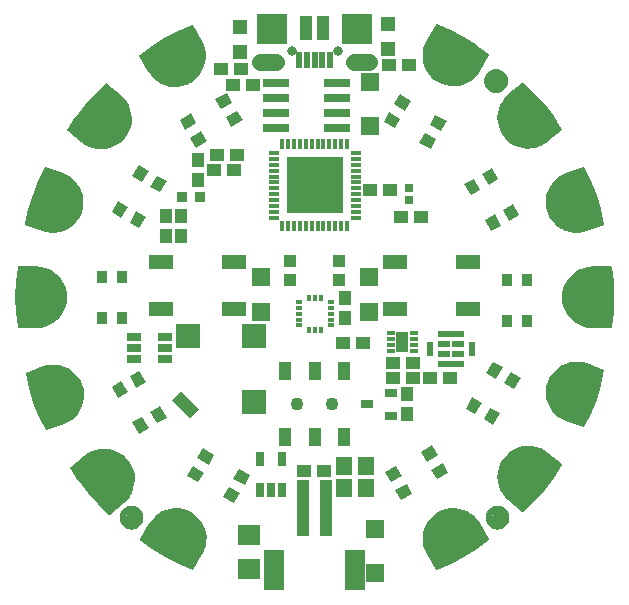
<source format=gbr>
G04 EAGLE Gerber RS-274X export*
G75*
%MOMM*%
%FSLAX34Y34*%
%LPD*%
%INSoldermask Top*%
%IPPOS*%
%AMOC8*
5,1,8,0,0,1.08239X$1,22.5*%
G01*
%ADD10R,1.341600X1.601600*%
%ADD11R,1.176600X1.101600*%
%ADD12R,1.301600X1.301600*%
%ADD13R,1.001600X1.001600*%
%ADD14C,0.801600*%
%ADD15R,2.514600X2.514600*%
%ADD16C,1.409600*%
%ADD17R,1.101600X2.101600*%
%ADD18R,0.500000X1.450000*%
%ADD19C,1.101600*%
%ADD20C,0.500000*%
%ADD21R,1.101600X4.701600*%
%ADD22R,1.701600X3.501600*%
%ADD23R,1.501600X1.501600*%
%ADD24C,4.317600*%
%ADD25R,1.101600X1.601600*%
%ADD26R,2.101600X1.301600*%
%ADD27R,0.951600X1.101600*%
%ADD28R,0.601600X0.351600*%
%ADD29R,0.351600X0.601600*%
%ADD30R,0.901600X0.901600*%
%ADD31R,1.101600X1.176600*%
%ADD32R,0.701600X0.701600*%
%ADD33R,0.651600X1.301600*%
%ADD34R,2.101600X2.101600*%
%ADD35R,2.101600X1.101600*%
%ADD36R,0.351600X0.851600*%
%ADD37R,0.851600X0.351600*%
%ADD38R,4.801600X4.801600*%
%ADD39R,2.301600X0.701600*%
%ADD40R,1.904600X1.701600*%
%ADD41R,0.551600X1.301600*%
%ADD42R,2.301600X0.551600*%
%ADD43R,1.051600X0.551600*%
%ADD44R,0.726600X0.376600*%
%ADD45R,1.001600X1.701600*%
%ADD46R,1.601600X1.601600*%
%ADD47R,1.301600X0.651600*%
%ADD48R,1.117600X0.736600*%

G36*
X227376Y-110221D02*
X227376Y-110221D01*
X227400Y-110223D01*
X227485Y-110200D01*
X227572Y-110184D01*
X227593Y-110172D01*
X227617Y-110165D01*
X227689Y-110114D01*
X227765Y-110069D01*
X227780Y-110050D01*
X227800Y-110036D01*
X227884Y-109919D01*
X227905Y-109894D01*
X227906Y-109889D01*
X227910Y-109884D01*
X233802Y-98565D01*
X233810Y-98542D01*
X233826Y-98515D01*
X238709Y-86726D01*
X238714Y-86702D01*
X238728Y-86674D01*
X242565Y-74504D01*
X242568Y-74479D01*
X242579Y-74450D01*
X245341Y-61992D01*
X245342Y-61968D01*
X245350Y-61944D01*
X245347Y-61856D01*
X245350Y-61768D01*
X245343Y-61745D01*
X245342Y-61720D01*
X245308Y-61638D01*
X245281Y-61555D01*
X245266Y-61535D01*
X245256Y-61513D01*
X245196Y-61448D01*
X245141Y-61379D01*
X245120Y-61366D01*
X245104Y-61348D01*
X244977Y-61280D01*
X244949Y-61263D01*
X244944Y-61262D01*
X244939Y-61259D01*
X230618Y-56046D01*
X230598Y-56043D01*
X230575Y-56032D01*
X227090Y-55039D01*
X227052Y-55035D01*
X227001Y-55020D01*
X223410Y-54533D01*
X223372Y-54535D01*
X223320Y-54527D01*
X219696Y-54556D01*
X219658Y-54563D01*
X219606Y-54563D01*
X216023Y-55108D01*
X215987Y-55120D01*
X215934Y-55128D01*
X212465Y-56176D01*
X212431Y-56193D01*
X212381Y-56208D01*
X209096Y-57740D01*
X209065Y-57762D01*
X209017Y-57784D01*
X205984Y-59767D01*
X205957Y-59794D01*
X205912Y-59822D01*
X203192Y-62217D01*
X203169Y-62247D01*
X203129Y-62282D01*
X200777Y-65039D01*
X200758Y-65072D01*
X200724Y-65112D01*
X198789Y-68176D01*
X198774Y-68212D01*
X198746Y-68256D01*
X197267Y-71564D01*
X197258Y-71601D01*
X197236Y-71649D01*
X196242Y-75135D01*
X196239Y-75173D01*
X196224Y-75223D01*
X195737Y-78814D01*
X195738Y-78852D01*
X195731Y-78905D01*
X195760Y-82529D01*
X195767Y-82566D01*
X195767Y-82619D01*
X196311Y-86202D01*
X196322Y-86234D01*
X196323Y-86254D01*
X196327Y-86266D01*
X196331Y-86290D01*
X197379Y-89759D01*
X197397Y-89793D01*
X197412Y-89844D01*
X198943Y-93128D01*
X198965Y-93159D01*
X198987Y-93207D01*
X200971Y-96240D01*
X200997Y-96268D01*
X201025Y-96312D01*
X203420Y-99032D01*
X203450Y-99056D01*
X203485Y-99096D01*
X206242Y-101447D01*
X206275Y-101466D01*
X206315Y-101501D01*
X209380Y-103436D01*
X209415Y-103450D01*
X209459Y-103478D01*
X212768Y-104958D01*
X212787Y-104963D01*
X212810Y-104975D01*
X227131Y-110187D01*
X227155Y-110191D01*
X227177Y-110202D01*
X227264Y-110210D01*
X227352Y-110225D01*
X227376Y-110221D01*
G37*
G36*
X-219696Y54556D02*
X-219696Y54556D01*
X-219658Y54563D01*
X-219606Y54563D01*
X-216023Y55108D01*
X-215987Y55120D01*
X-215934Y55128D01*
X-212465Y56176D01*
X-212431Y56193D01*
X-212381Y56208D01*
X-209096Y57740D01*
X-209065Y57762D01*
X-209017Y57784D01*
X-205984Y59767D01*
X-205957Y59794D01*
X-205912Y59822D01*
X-203192Y62217D01*
X-203169Y62247D01*
X-203129Y62282D01*
X-200777Y65039D01*
X-200758Y65072D01*
X-200724Y65112D01*
X-198789Y68176D01*
X-198774Y68212D01*
X-198746Y68256D01*
X-197267Y71564D01*
X-197258Y71601D01*
X-197236Y71649D01*
X-196242Y75135D01*
X-196239Y75173D01*
X-196224Y75223D01*
X-195737Y78814D01*
X-195738Y78852D01*
X-195731Y78905D01*
X-195760Y82529D01*
X-195767Y82566D01*
X-195767Y82619D01*
X-196311Y86202D01*
X-196323Y86238D01*
X-196331Y86290D01*
X-197379Y89759D01*
X-197397Y89793D01*
X-197412Y89844D01*
X-198943Y93128D01*
X-198965Y93159D01*
X-198987Y93207D01*
X-200971Y96240D01*
X-200997Y96268D01*
X-201025Y96312D01*
X-203420Y99032D01*
X-203450Y99056D01*
X-203485Y99096D01*
X-206242Y101447D01*
X-206275Y101466D01*
X-206315Y101501D01*
X-209380Y103436D01*
X-209415Y103450D01*
X-209459Y103478D01*
X-212768Y104958D01*
X-212787Y104963D01*
X-212810Y104975D01*
X-227131Y110187D01*
X-227155Y110191D01*
X-227177Y110202D01*
X-227264Y110210D01*
X-227352Y110225D01*
X-227376Y110221D01*
X-227400Y110223D01*
X-227485Y110200D01*
X-227572Y110184D01*
X-227593Y110172D01*
X-227617Y110165D01*
X-227689Y110114D01*
X-227765Y110069D01*
X-227780Y110050D01*
X-227800Y110036D01*
X-227884Y109919D01*
X-227905Y109894D01*
X-227906Y109889D01*
X-227910Y109884D01*
X-233802Y98565D01*
X-233810Y98542D01*
X-233826Y98515D01*
X-238709Y86726D01*
X-238714Y86702D01*
X-238728Y86674D01*
X-242565Y74504D01*
X-242568Y74479D01*
X-242579Y74450D01*
X-245341Y61992D01*
X-245342Y61968D01*
X-245350Y61944D01*
X-245347Y61856D01*
X-245350Y61768D01*
X-245343Y61745D01*
X-245342Y61720D01*
X-245308Y61638D01*
X-245281Y61555D01*
X-245266Y61535D01*
X-245256Y61513D01*
X-245196Y61448D01*
X-245141Y61379D01*
X-245120Y61366D01*
X-245104Y61348D01*
X-244977Y61280D01*
X-244949Y61263D01*
X-244944Y61262D01*
X-244939Y61259D01*
X-230618Y56046D01*
X-230598Y56043D01*
X-230575Y56032D01*
X-227090Y55039D01*
X-227052Y55035D01*
X-227001Y55020D01*
X-223410Y54533D01*
X-223372Y54535D01*
X-223320Y54527D01*
X-219696Y54556D01*
G37*
G36*
X-226704Y-112761D02*
X-226704Y-112761D01*
X-226679Y-112765D01*
X-226538Y-112736D01*
X-226506Y-112731D01*
X-226502Y-112728D01*
X-226496Y-112727D01*
X-212175Y-107515D01*
X-212157Y-107505D01*
X-212133Y-107498D01*
X-208824Y-106018D01*
X-208793Y-105997D01*
X-208745Y-105976D01*
X-205680Y-104041D01*
X-205652Y-104015D01*
X-205607Y-103987D01*
X-202850Y-101636D01*
X-202826Y-101606D01*
X-202785Y-101572D01*
X-200390Y-98852D01*
X-200371Y-98820D01*
X-200336Y-98780D01*
X-198352Y-95747D01*
X-198337Y-95712D01*
X-198308Y-95668D01*
X-196777Y-92384D01*
X-196767Y-92347D01*
X-196744Y-92299D01*
X-195696Y-88830D01*
X-195691Y-88792D01*
X-195676Y-88742D01*
X-195132Y-85159D01*
X-195133Y-85121D01*
X-195125Y-85069D01*
X-195096Y-81445D01*
X-195102Y-81407D01*
X-195102Y-81354D01*
X-195589Y-77763D01*
X-195592Y-77753D01*
X-195592Y-77751D01*
X-195595Y-77744D01*
X-195601Y-77727D01*
X-195607Y-77675D01*
X-196601Y-74189D01*
X-196617Y-74155D01*
X-196632Y-74104D01*
X-198111Y-70796D01*
X-198132Y-70764D01*
X-198154Y-70716D01*
X-200089Y-67652D01*
X-200114Y-67624D01*
X-200142Y-67579D01*
X-202494Y-64822D01*
X-202523Y-64797D01*
X-202557Y-64757D01*
X-205277Y-62362D01*
X-205310Y-62342D01*
X-205349Y-62307D01*
X-208382Y-60324D01*
X-208418Y-60309D01*
X-208461Y-60280D01*
X-211746Y-58748D01*
X-211783Y-58739D01*
X-211830Y-58716D01*
X-213380Y-58248D01*
X-215299Y-57668D01*
X-215337Y-57663D01*
X-215388Y-57648D01*
X-218971Y-57103D01*
X-219009Y-57104D01*
X-219061Y-57096D01*
X-222685Y-57067D01*
X-222722Y-57074D01*
X-222775Y-57073D01*
X-226366Y-57560D01*
X-226403Y-57572D01*
X-226455Y-57579D01*
X-229940Y-58572D01*
X-229958Y-58581D01*
X-229983Y-58586D01*
X-244304Y-63799D01*
X-244325Y-63811D01*
X-244349Y-63817D01*
X-244421Y-63867D01*
X-244498Y-63912D01*
X-244514Y-63930D01*
X-244534Y-63944D01*
X-244584Y-64017D01*
X-244640Y-64085D01*
X-244648Y-64108D01*
X-244663Y-64128D01*
X-244685Y-64214D01*
X-244714Y-64297D01*
X-244713Y-64321D01*
X-244719Y-64345D01*
X-244709Y-64489D01*
X-244709Y-64521D01*
X-244707Y-64526D01*
X-244706Y-64532D01*
X-241944Y-76990D01*
X-241935Y-77013D01*
X-241930Y-77044D01*
X-238093Y-89214D01*
X-238082Y-89235D01*
X-238074Y-89266D01*
X-233191Y-101055D01*
X-233177Y-101076D01*
X-233167Y-101105D01*
X-227275Y-112424D01*
X-227260Y-112443D01*
X-227251Y-112466D01*
X-227192Y-112532D01*
X-227138Y-112602D01*
X-227117Y-112614D01*
X-227101Y-112633D01*
X-227022Y-112674D01*
X-226948Y-112720D01*
X-226924Y-112725D01*
X-226902Y-112736D01*
X-226814Y-112748D01*
X-226728Y-112765D01*
X-226704Y-112761D01*
G37*
G36*
X223357Y54534D02*
X223357Y54534D01*
X223410Y54533D01*
X227001Y55020D01*
X227038Y55032D01*
X227090Y55039D01*
X230575Y56032D01*
X230593Y56041D01*
X230618Y56046D01*
X244939Y61259D01*
X244960Y61271D01*
X244984Y61277D01*
X245056Y61327D01*
X245133Y61372D01*
X245149Y61390D01*
X245169Y61404D01*
X245219Y61477D01*
X245275Y61545D01*
X245283Y61568D01*
X245298Y61588D01*
X245320Y61674D01*
X245349Y61757D01*
X245348Y61781D01*
X245354Y61805D01*
X245344Y61949D01*
X245344Y61981D01*
X245342Y61986D01*
X245341Y61992D01*
X242579Y74450D01*
X242570Y74473D01*
X242565Y74504D01*
X238728Y86674D01*
X238717Y86695D01*
X238709Y86726D01*
X233826Y98515D01*
X233812Y98536D01*
X233802Y98565D01*
X227910Y109884D01*
X227895Y109903D01*
X227886Y109926D01*
X227827Y109992D01*
X227773Y110062D01*
X227752Y110074D01*
X227736Y110093D01*
X227657Y110134D01*
X227583Y110180D01*
X227559Y110185D01*
X227537Y110196D01*
X227449Y110208D01*
X227363Y110225D01*
X227339Y110221D01*
X227314Y110225D01*
X227173Y110196D01*
X227141Y110191D01*
X227137Y110188D01*
X227131Y110187D01*
X212810Y104975D01*
X212792Y104965D01*
X212768Y104958D01*
X209459Y103478D01*
X209428Y103457D01*
X209380Y103436D01*
X206315Y101501D01*
X206287Y101475D01*
X206242Y101447D01*
X203485Y99096D01*
X203461Y99066D01*
X203420Y99032D01*
X201025Y96312D01*
X201006Y96280D01*
X200971Y96240D01*
X198987Y93207D01*
X198972Y93172D01*
X198943Y93128D01*
X197412Y89844D01*
X197402Y89807D01*
X197379Y89759D01*
X196331Y86290D01*
X196326Y86252D01*
X196311Y86202D01*
X195767Y82619D01*
X195768Y82581D01*
X195760Y82529D01*
X195731Y78905D01*
X195737Y78867D01*
X195737Y78814D01*
X196224Y75223D01*
X196236Y75187D01*
X196242Y75135D01*
X197236Y71649D01*
X197252Y71615D01*
X197267Y71564D01*
X198746Y68256D01*
X198767Y68224D01*
X198789Y68176D01*
X200724Y65112D01*
X200749Y65084D01*
X200777Y65039D01*
X203129Y62282D01*
X203158Y62257D01*
X203192Y62217D01*
X205912Y59822D01*
X205945Y59802D01*
X205984Y59767D01*
X209017Y57784D01*
X209053Y57769D01*
X209096Y57740D01*
X212381Y56208D01*
X212418Y56199D01*
X212465Y56176D01*
X213631Y55824D01*
X215730Y55189D01*
X215934Y55128D01*
X215972Y55123D01*
X216023Y55108D01*
X219606Y54563D01*
X219644Y54564D01*
X219696Y54556D01*
X223320Y54527D01*
X223357Y54534D01*
G37*
G36*
X-180394Y125104D02*
X-180394Y125104D01*
X-180342Y125101D01*
X-176732Y125417D01*
X-176695Y125427D01*
X-176642Y125431D01*
X-173114Y126257D01*
X-173079Y126272D01*
X-173027Y126284D01*
X-169652Y127604D01*
X-169620Y127624D01*
X-169571Y127643D01*
X-166418Y129430D01*
X-166388Y129455D01*
X-166342Y129480D01*
X-163476Y131698D01*
X-163451Y131726D01*
X-163409Y131758D01*
X-160887Y134361D01*
X-160866Y134393D01*
X-160829Y134431D01*
X-158703Y137366D01*
X-158687Y137400D01*
X-158656Y137443D01*
X-156970Y140651D01*
X-156958Y140687D01*
X-156933Y140734D01*
X-155721Y144149D01*
X-155715Y144186D01*
X-155697Y144236D01*
X-154983Y147789D01*
X-154982Y147821D01*
X-154976Y147838D01*
X-154977Y147852D01*
X-154971Y147879D01*
X-154770Y151497D01*
X-154775Y151535D01*
X-154771Y151588D01*
X-155087Y155198D01*
X-155097Y155235D01*
X-155102Y155287D01*
X-155928Y158816D01*
X-155943Y158851D01*
X-155955Y158902D01*
X-157275Y162277D01*
X-157295Y162310D01*
X-157314Y162359D01*
X-159101Y165512D01*
X-159125Y165541D01*
X-159151Y165587D01*
X-161369Y168453D01*
X-161397Y168479D01*
X-161429Y168521D01*
X-164032Y171042D01*
X-164049Y171054D01*
X-164066Y171073D01*
X-175740Y180869D01*
X-175761Y180881D01*
X-175778Y180899D01*
X-175858Y180936D01*
X-175935Y180980D01*
X-175959Y180984D01*
X-175981Y180995D01*
X-176069Y181003D01*
X-176156Y181017D01*
X-176180Y181013D01*
X-176205Y181015D01*
X-176290Y180991D01*
X-176376Y180975D01*
X-176397Y180962D01*
X-176421Y180955D01*
X-176540Y180875D01*
X-176568Y180858D01*
X-176571Y180854D01*
X-176576Y180851D01*
X-185984Y172230D01*
X-185999Y172210D01*
X-186024Y172191D01*
X-194645Y162782D01*
X-194658Y162762D01*
X-194680Y162740D01*
X-202448Y152616D01*
X-202460Y152595D01*
X-202480Y152571D01*
X-209336Y141809D01*
X-209346Y141786D01*
X-209361Y141767D01*
X-209388Y141683D01*
X-209422Y141601D01*
X-209422Y141577D01*
X-209430Y141553D01*
X-209426Y141465D01*
X-209429Y141377D01*
X-209421Y141354D01*
X-209420Y141329D01*
X-209386Y141248D01*
X-209358Y141164D01*
X-209343Y141145D01*
X-209333Y141122D01*
X-209238Y141015D01*
X-209218Y140989D01*
X-209213Y140987D01*
X-209209Y140982D01*
X-197535Y131186D01*
X-197517Y131176D01*
X-197499Y131158D01*
X-194564Y129033D01*
X-194529Y129016D01*
X-194487Y128985D01*
X-191279Y127299D01*
X-191242Y127287D01*
X-191196Y127263D01*
X-187781Y126050D01*
X-187743Y126044D01*
X-187694Y126026D01*
X-184141Y125312D01*
X-184102Y125311D01*
X-184051Y125300D01*
X-180432Y125099D01*
X-180394Y125104D01*
G37*
G36*
X-173603Y-184188D02*
X-173603Y-184188D01*
X-173579Y-184192D01*
X-173493Y-184172D01*
X-173405Y-184159D01*
X-173384Y-184147D01*
X-173360Y-184142D01*
X-173237Y-184066D01*
X-173209Y-184051D01*
X-173205Y-184047D01*
X-173200Y-184044D01*
X-161526Y-174248D01*
X-161513Y-174232D01*
X-161492Y-174217D01*
X-158889Y-171696D01*
X-158867Y-171665D01*
X-158829Y-171628D01*
X-156611Y-168762D01*
X-156594Y-168728D01*
X-156561Y-168687D01*
X-154774Y-165534D01*
X-154761Y-165498D01*
X-154735Y-165452D01*
X-153415Y-162077D01*
X-153408Y-162040D01*
X-153388Y-161991D01*
X-152562Y-158462D01*
X-152560Y-158424D01*
X-152547Y-158373D01*
X-152231Y-154763D01*
X-152235Y-154725D01*
X-152230Y-154672D01*
X-152431Y-151054D01*
X-152440Y-151017D01*
X-152443Y-150964D01*
X-153157Y-147411D01*
X-153171Y-147375D01*
X-153181Y-147324D01*
X-154393Y-143909D01*
X-154412Y-143875D01*
X-154430Y-143826D01*
X-156116Y-140618D01*
X-156139Y-140588D01*
X-156163Y-140541D01*
X-158289Y-137606D01*
X-158316Y-137579D01*
X-158347Y-137536D01*
X-160869Y-134933D01*
X-160900Y-134911D01*
X-160936Y-134873D01*
X-163802Y-132655D01*
X-163836Y-132638D01*
X-163878Y-132605D01*
X-167031Y-130818D01*
X-167067Y-130806D01*
X-167112Y-130779D01*
X-170487Y-129459D01*
X-170525Y-129452D01*
X-170574Y-129432D01*
X-174102Y-128606D01*
X-174140Y-128604D01*
X-174192Y-128592D01*
X-177802Y-128276D01*
X-177840Y-128279D01*
X-177892Y-128274D01*
X-181511Y-128475D01*
X-181548Y-128484D01*
X-181601Y-128487D01*
X-185154Y-129201D01*
X-185189Y-129215D01*
X-185241Y-129225D01*
X-188656Y-130438D01*
X-188689Y-130456D01*
X-188739Y-130474D01*
X-191947Y-132160D01*
X-191977Y-132183D01*
X-192024Y-132208D01*
X-194959Y-134333D01*
X-194973Y-134348D01*
X-194995Y-134361D01*
X-206669Y-144157D01*
X-206685Y-144176D01*
X-206705Y-144190D01*
X-206756Y-144261D01*
X-206813Y-144329D01*
X-206821Y-144352D01*
X-206835Y-144372D01*
X-206858Y-144458D01*
X-206887Y-144541D01*
X-206887Y-144565D01*
X-206893Y-144589D01*
X-206885Y-144677D01*
X-206884Y-144765D01*
X-206875Y-144788D01*
X-206873Y-144812D01*
X-206814Y-144943D01*
X-206802Y-144974D01*
X-206799Y-144978D01*
X-206796Y-144984D01*
X-199940Y-155746D01*
X-199923Y-155764D01*
X-199908Y-155791D01*
X-192140Y-165915D01*
X-192122Y-165931D01*
X-192105Y-165957D01*
X-183484Y-175366D01*
X-183464Y-175380D01*
X-183444Y-175405D01*
X-174036Y-184026D01*
X-174016Y-184039D01*
X-173999Y-184057D01*
X-173921Y-184098D01*
X-173847Y-184146D01*
X-173823Y-184151D01*
X-173801Y-184162D01*
X-173714Y-184174D01*
X-173627Y-184192D01*
X-173603Y-184188D01*
G37*
G36*
X176180Y-181648D02*
X176180Y-181648D01*
X176205Y-181650D01*
X176290Y-181626D01*
X176376Y-181610D01*
X176397Y-181597D01*
X176421Y-181590D01*
X176540Y-181510D01*
X176568Y-181493D01*
X176571Y-181489D01*
X176576Y-181486D01*
X185984Y-172865D01*
X185999Y-172845D01*
X186024Y-172826D01*
X194645Y-163417D01*
X194658Y-163397D01*
X194680Y-163375D01*
X202448Y-153251D01*
X202460Y-153230D01*
X202480Y-153206D01*
X209336Y-142444D01*
X209346Y-142421D01*
X209361Y-142402D01*
X209388Y-142318D01*
X209422Y-142236D01*
X209422Y-142212D01*
X209430Y-142188D01*
X209426Y-142100D01*
X209429Y-142012D01*
X209421Y-141989D01*
X209420Y-141964D01*
X209386Y-141883D01*
X209358Y-141799D01*
X209343Y-141780D01*
X209333Y-141757D01*
X209238Y-141650D01*
X209218Y-141624D01*
X209213Y-141622D01*
X209209Y-141617D01*
X197535Y-131821D01*
X197517Y-131811D01*
X197499Y-131793D01*
X194564Y-129668D01*
X194529Y-129651D01*
X194487Y-129620D01*
X191279Y-127934D01*
X191242Y-127922D01*
X191196Y-127898D01*
X187781Y-126685D01*
X187743Y-126679D01*
X187694Y-126661D01*
X184141Y-125947D01*
X184102Y-125946D01*
X184051Y-125935D01*
X180432Y-125734D01*
X180394Y-125739D01*
X180342Y-125736D01*
X176732Y-126052D01*
X176695Y-126062D01*
X176642Y-126066D01*
X173114Y-126892D01*
X173079Y-126907D01*
X173027Y-126919D01*
X169652Y-128239D01*
X169620Y-128259D01*
X169571Y-128278D01*
X166418Y-130065D01*
X166388Y-130090D01*
X166342Y-130115D01*
X163476Y-132333D01*
X163451Y-132361D01*
X163409Y-132393D01*
X160887Y-134996D01*
X160866Y-135028D01*
X160829Y-135066D01*
X158703Y-138001D01*
X158687Y-138035D01*
X158656Y-138078D01*
X156970Y-141286D01*
X156958Y-141322D01*
X156933Y-141369D01*
X155721Y-144784D01*
X155715Y-144821D01*
X155697Y-144871D01*
X154983Y-148424D01*
X154982Y-148462D01*
X154971Y-148514D01*
X154770Y-152132D01*
X154775Y-152170D01*
X154771Y-152223D01*
X155087Y-155833D01*
X155097Y-155870D01*
X155102Y-155922D01*
X155928Y-159451D01*
X155943Y-159486D01*
X155955Y-159537D01*
X157275Y-162912D01*
X157295Y-162945D01*
X157314Y-162994D01*
X159101Y-166147D01*
X159125Y-166176D01*
X159151Y-166222D01*
X161369Y-169088D01*
X161397Y-169114D01*
X161429Y-169156D01*
X164032Y-171677D01*
X164049Y-171689D01*
X164066Y-171708D01*
X175740Y-181504D01*
X175761Y-181516D01*
X175778Y-181534D01*
X175858Y-181571D01*
X175935Y-181615D01*
X175959Y-181619D01*
X175981Y-181630D01*
X176069Y-181638D01*
X176156Y-181652D01*
X176180Y-181648D01*
G37*
G36*
X184051Y125935D02*
X184051Y125935D01*
X184088Y125944D01*
X184141Y125947D01*
X187694Y126661D01*
X187729Y126675D01*
X187781Y126685D01*
X191196Y127898D01*
X191229Y127916D01*
X191279Y127934D01*
X194487Y129620D01*
X194517Y129643D01*
X194564Y129668D01*
X197499Y131793D01*
X197513Y131808D01*
X197535Y131821D01*
X209209Y141617D01*
X209225Y141636D01*
X209245Y141650D01*
X209296Y141721D01*
X209353Y141789D01*
X209361Y141812D01*
X209375Y141832D01*
X209398Y141918D01*
X209427Y142001D01*
X209427Y142025D01*
X209433Y142049D01*
X209425Y142137D01*
X209424Y142225D01*
X209415Y142248D01*
X209413Y142272D01*
X209354Y142403D01*
X209342Y142434D01*
X209339Y142438D01*
X209336Y142444D01*
X209261Y142562D01*
X208857Y143196D01*
X208857Y143197D01*
X208453Y143831D01*
X208049Y144465D01*
X207645Y145099D01*
X207241Y145733D01*
X207241Y145734D01*
X207240Y145734D01*
X206836Y146368D01*
X206432Y147002D01*
X206028Y147636D01*
X205624Y148270D01*
X205624Y148271D01*
X205220Y148905D01*
X204816Y149539D01*
X202480Y153206D01*
X202463Y153224D01*
X202448Y153251D01*
X194680Y163375D01*
X194662Y163391D01*
X194645Y163417D01*
X186024Y172826D01*
X186004Y172840D01*
X185984Y172865D01*
X176576Y181486D01*
X176556Y181499D01*
X176539Y181517D01*
X176461Y181558D01*
X176387Y181606D01*
X176363Y181611D01*
X176341Y181622D01*
X176254Y181634D01*
X176167Y181652D01*
X176143Y181648D01*
X176119Y181652D01*
X176033Y181632D01*
X175945Y181619D01*
X175924Y181607D01*
X175900Y181602D01*
X175777Y181526D01*
X175749Y181511D01*
X175745Y181507D01*
X175740Y181504D01*
X164066Y171708D01*
X164053Y171692D01*
X164032Y171677D01*
X161429Y169156D01*
X161407Y169125D01*
X161369Y169088D01*
X159151Y166222D01*
X159134Y166188D01*
X159101Y166147D01*
X157314Y162994D01*
X157301Y162958D01*
X157275Y162912D01*
X155955Y159537D01*
X155948Y159500D01*
X155928Y159451D01*
X155102Y155922D01*
X155100Y155884D01*
X155087Y155833D01*
X154771Y152223D01*
X154775Y152185D01*
X154770Y152132D01*
X154971Y148514D01*
X154980Y148477D01*
X154983Y148424D01*
X155697Y144871D01*
X155711Y144835D01*
X155721Y144784D01*
X156933Y141369D01*
X156952Y141335D01*
X156970Y141286D01*
X158656Y138078D01*
X158679Y138048D01*
X158703Y138001D01*
X160829Y135066D01*
X160856Y135039D01*
X160887Y134996D01*
X163409Y132393D01*
X163440Y132371D01*
X163476Y132333D01*
X166342Y130115D01*
X166376Y130098D01*
X166418Y130065D01*
X169571Y128278D01*
X169607Y128266D01*
X169652Y128239D01*
X173027Y126919D01*
X173065Y126912D01*
X173114Y126892D01*
X176642Y126066D01*
X176680Y126064D01*
X176732Y126052D01*
X180342Y125736D01*
X180380Y125739D01*
X180432Y125734D01*
X184051Y125935D01*
G37*
G36*
X103134Y-231077D02*
X103134Y-231077D01*
X103159Y-231079D01*
X103299Y-231044D01*
X103330Y-231037D01*
X103335Y-231035D01*
X103341Y-231033D01*
X115130Y-226150D01*
X115151Y-226137D01*
X115180Y-226126D01*
X126499Y-220234D01*
X126518Y-220219D01*
X126547Y-220207D01*
X137309Y-213350D01*
X137327Y-213334D01*
X137354Y-213319D01*
X147478Y-205550D01*
X147495Y-205532D01*
X147515Y-205519D01*
X147570Y-205450D01*
X147629Y-205384D01*
X147638Y-205362D01*
X147653Y-205342D01*
X147680Y-205259D01*
X147713Y-205176D01*
X147714Y-205152D01*
X147721Y-205129D01*
X147717Y-205040D01*
X147719Y-204952D01*
X147711Y-204929D01*
X147710Y-204904D01*
X147657Y-204771D01*
X147647Y-204740D01*
X147644Y-204736D01*
X147641Y-204730D01*
X140021Y-191532D01*
X140008Y-191516D01*
X139997Y-191493D01*
X137966Y-188492D01*
X137939Y-188465D01*
X137910Y-188421D01*
X135472Y-185740D01*
X135442Y-185716D01*
X135407Y-185677D01*
X132612Y-183370D01*
X132579Y-183351D01*
X132539Y-183317D01*
X129444Y-181431D01*
X129408Y-181417D01*
X129364Y-181390D01*
X126032Y-179963D01*
X125995Y-179954D01*
X125947Y-179933D01*
X122446Y-178995D01*
X122408Y-178992D01*
X122357Y-178978D01*
X118759Y-178548D01*
X118721Y-178550D01*
X118668Y-178544D01*
X115045Y-178630D01*
X115008Y-178638D01*
X114955Y-178639D01*
X111382Y-179239D01*
X111346Y-179252D01*
X111294Y-179261D01*
X107842Y-180364D01*
X107815Y-180378D01*
X107799Y-180381D01*
X107785Y-180389D01*
X107758Y-180398D01*
X104498Y-181981D01*
X104467Y-182004D01*
X104420Y-182027D01*
X101418Y-184058D01*
X101391Y-184085D01*
X101347Y-184114D01*
X98666Y-186552D01*
X98642Y-186582D01*
X98603Y-186617D01*
X96296Y-189412D01*
X96277Y-189445D01*
X96243Y-189485D01*
X94357Y-192580D01*
X94343Y-192615D01*
X94316Y-192660D01*
X92889Y-195992D01*
X92880Y-196029D01*
X92859Y-196077D01*
X91921Y-199578D01*
X91918Y-199616D01*
X91904Y-199667D01*
X91474Y-203265D01*
X91476Y-203303D01*
X91470Y-203355D01*
X91556Y-206978D01*
X91564Y-207016D01*
X91565Y-207069D01*
X92166Y-210642D01*
X92178Y-210678D01*
X92187Y-210730D01*
X93290Y-214182D01*
X93308Y-214216D01*
X93324Y-214266D01*
X94907Y-217526D01*
X94919Y-217542D01*
X94929Y-217566D01*
X102549Y-230764D01*
X102564Y-230783D01*
X102574Y-230805D01*
X102636Y-230868D01*
X102693Y-230936D01*
X102715Y-230948D01*
X102732Y-230965D01*
X102812Y-231003D01*
X102889Y-231046D01*
X102913Y-231050D01*
X102935Y-231060D01*
X103023Y-231067D01*
X103110Y-231081D01*
X103134Y-231077D01*
G37*
G36*
X-235565Y-26031D02*
X-235565Y-26031D01*
X-235540Y-26033D01*
X-231925Y-25774D01*
X-231888Y-25765D01*
X-231835Y-25761D01*
X-228294Y-24991D01*
X-228259Y-24976D01*
X-228207Y-24965D01*
X-224812Y-23699D01*
X-224779Y-23679D01*
X-224730Y-23661D01*
X-221549Y-21925D01*
X-221519Y-21901D01*
X-221473Y-21876D01*
X-218571Y-19704D01*
X-218545Y-19676D01*
X-218503Y-19645D01*
X-215941Y-17082D01*
X-215919Y-17051D01*
X-215881Y-17014D01*
X-213709Y-14112D01*
X-213692Y-14078D01*
X-213661Y-14036D01*
X-211924Y-10856D01*
X-211912Y-10819D01*
X-211886Y-10773D01*
X-210620Y-7378D01*
X-210613Y-7340D01*
X-210594Y-7291D01*
X-209824Y-3750D01*
X-209822Y-3712D01*
X-209811Y-3660D01*
X-209552Y-45D01*
X-209556Y-7D01*
X-209552Y45D01*
X-209811Y3660D01*
X-209820Y3697D01*
X-209824Y3750D01*
X-210594Y7291D01*
X-210609Y7326D01*
X-210620Y7378D01*
X-211886Y10773D01*
X-211906Y10806D01*
X-211924Y10856D01*
X-213661Y14036D01*
X-213684Y14066D01*
X-213709Y14112D01*
X-215881Y17014D01*
X-215909Y17040D01*
X-215941Y17082D01*
X-218503Y19645D01*
X-218534Y19666D01*
X-218571Y19704D01*
X-221473Y21876D01*
X-221507Y21893D01*
X-221549Y21925D01*
X-224730Y23661D01*
X-224766Y23673D01*
X-224812Y23699D01*
X-228207Y24965D01*
X-228245Y24972D01*
X-228294Y24991D01*
X-231835Y25761D01*
X-231873Y25763D01*
X-231925Y25774D01*
X-235540Y26033D01*
X-235560Y26031D01*
X-235585Y26034D01*
X-250825Y26034D01*
X-250849Y26030D01*
X-250873Y26032D01*
X-250959Y26010D01*
X-251046Y25995D01*
X-251067Y25982D01*
X-251091Y25976D01*
X-251163Y25925D01*
X-251239Y25880D01*
X-251254Y25862D01*
X-251275Y25847D01*
X-251325Y25775D01*
X-251380Y25706D01*
X-251388Y25683D01*
X-251402Y25663D01*
X-251442Y25525D01*
X-251452Y25494D01*
X-251452Y25489D01*
X-251454Y25483D01*
X-253119Y12831D01*
X-253118Y12807D01*
X-253124Y12776D01*
X-253681Y28D01*
X-253678Y3D01*
X-253681Y-28D01*
X-253124Y-12776D01*
X-253119Y-12800D01*
X-253119Y-12831D01*
X-251454Y-25483D01*
X-251446Y-25506D01*
X-251446Y-25531D01*
X-251413Y-25612D01*
X-251386Y-25697D01*
X-251371Y-25716D01*
X-251361Y-25738D01*
X-251302Y-25804D01*
X-251247Y-25873D01*
X-251227Y-25886D01*
X-251210Y-25904D01*
X-251131Y-25944D01*
X-251056Y-25991D01*
X-251032Y-25995D01*
X-251010Y-26007D01*
X-250868Y-26028D01*
X-250836Y-26034D01*
X-250831Y-26033D01*
X-250825Y-26034D01*
X-235585Y-26034D01*
X-235565Y-26031D01*
G37*
G36*
X250849Y-26030D02*
X250849Y-26030D01*
X250873Y-26032D01*
X250959Y-26010D01*
X251046Y-25995D01*
X251067Y-25982D01*
X251091Y-25976D01*
X251163Y-25925D01*
X251239Y-25880D01*
X251254Y-25862D01*
X251275Y-25847D01*
X251325Y-25775D01*
X251380Y-25706D01*
X251388Y-25683D01*
X251402Y-25663D01*
X251442Y-25525D01*
X251452Y-25494D01*
X251452Y-25489D01*
X251454Y-25483D01*
X253119Y-12831D01*
X253118Y-12811D01*
X253119Y-12809D01*
X253119Y-12803D01*
X253124Y-12776D01*
X253681Y-28D01*
X253678Y-3D01*
X253681Y28D01*
X253124Y12776D01*
X253119Y12800D01*
X253119Y12831D01*
X251454Y25483D01*
X251446Y25506D01*
X251446Y25531D01*
X251413Y25612D01*
X251386Y25697D01*
X251371Y25716D01*
X251361Y25738D01*
X251302Y25804D01*
X251247Y25873D01*
X251227Y25886D01*
X251210Y25904D01*
X251131Y25944D01*
X251056Y25991D01*
X251032Y25995D01*
X251010Y26007D01*
X250868Y26028D01*
X250836Y26034D01*
X250831Y26033D01*
X250825Y26034D01*
X235585Y26034D01*
X235565Y26031D01*
X235540Y26033D01*
X231925Y25774D01*
X231888Y25765D01*
X231835Y25761D01*
X228294Y24991D01*
X228259Y24976D01*
X228207Y24965D01*
X225704Y24032D01*
X224812Y23699D01*
X224779Y23679D01*
X224730Y23661D01*
X221549Y21925D01*
X221519Y21901D01*
X221473Y21876D01*
X218571Y19704D01*
X218545Y19676D01*
X218503Y19645D01*
X215941Y17082D01*
X215919Y17051D01*
X215881Y17014D01*
X213709Y14112D01*
X213692Y14078D01*
X213661Y14036D01*
X211924Y10856D01*
X211912Y10819D01*
X211886Y10773D01*
X210620Y7378D01*
X210613Y7340D01*
X210594Y7291D01*
X209824Y3750D01*
X209822Y3712D01*
X209811Y3660D01*
X209552Y45D01*
X209556Y7D01*
X209552Y-45D01*
X209811Y-3660D01*
X209820Y-3697D01*
X209824Y-3750D01*
X210594Y-7291D01*
X210609Y-7326D01*
X210620Y-7378D01*
X211886Y-10773D01*
X211906Y-10806D01*
X211924Y-10856D01*
X213661Y-14036D01*
X213684Y-14066D01*
X213709Y-14112D01*
X215881Y-17014D01*
X215909Y-17040D01*
X215941Y-17082D01*
X218503Y-19645D01*
X218534Y-19666D01*
X218571Y-19704D01*
X221473Y-21876D01*
X221507Y-21893D01*
X221549Y-21925D01*
X224730Y-23661D01*
X224766Y-23673D01*
X224812Y-23699D01*
X228207Y-24965D01*
X228245Y-24972D01*
X228294Y-24991D01*
X231835Y-25761D01*
X231873Y-25763D01*
X231925Y-25774D01*
X235540Y-26033D01*
X235560Y-26031D01*
X235585Y-26034D01*
X250825Y-26034D01*
X250849Y-26030D01*
G37*
G36*
X-115680Y177995D02*
X-115680Y177995D01*
X-115643Y178003D01*
X-115590Y178004D01*
X-112017Y178604D01*
X-111981Y178617D01*
X-111929Y178626D01*
X-108477Y179729D01*
X-108443Y179747D01*
X-108393Y179763D01*
X-105133Y181346D01*
X-105102Y181369D01*
X-105055Y181392D01*
X-102053Y183423D01*
X-102026Y183450D01*
X-101982Y183479D01*
X-99301Y185917D01*
X-99277Y185947D01*
X-99238Y185982D01*
X-96931Y188777D01*
X-96912Y188810D01*
X-96878Y188850D01*
X-94992Y191945D01*
X-94978Y191980D01*
X-94951Y192025D01*
X-93524Y195357D01*
X-93515Y195394D01*
X-93494Y195442D01*
X-92556Y198943D01*
X-92553Y198981D01*
X-92539Y199032D01*
X-92109Y202630D01*
X-92111Y202668D01*
X-92105Y202720D01*
X-92191Y206343D01*
X-92199Y206381D01*
X-92200Y206434D01*
X-92801Y210007D01*
X-92813Y210043D01*
X-92822Y210095D01*
X-93925Y213547D01*
X-93943Y213581D01*
X-93959Y213631D01*
X-95542Y216891D01*
X-95554Y216907D01*
X-95564Y216931D01*
X-103184Y230129D01*
X-103199Y230148D01*
X-103209Y230170D01*
X-103271Y230233D01*
X-103328Y230301D01*
X-103350Y230313D01*
X-103367Y230330D01*
X-103447Y230368D01*
X-103524Y230411D01*
X-103548Y230415D01*
X-103570Y230425D01*
X-103658Y230432D01*
X-103745Y230446D01*
X-103769Y230442D01*
X-103794Y230444D01*
X-103934Y230409D01*
X-103965Y230402D01*
X-103970Y230400D01*
X-103976Y230398D01*
X-115765Y225515D01*
X-115786Y225502D01*
X-115815Y225491D01*
X-127134Y219599D01*
X-127153Y219584D01*
X-127182Y219572D01*
X-137944Y212715D01*
X-137962Y212699D01*
X-137989Y212684D01*
X-148113Y204915D01*
X-148130Y204897D01*
X-148150Y204884D01*
X-148205Y204815D01*
X-148264Y204749D01*
X-148273Y204727D01*
X-148288Y204707D01*
X-148315Y204624D01*
X-148348Y204541D01*
X-148349Y204517D01*
X-148356Y204494D01*
X-148352Y204405D01*
X-148354Y204317D01*
X-148346Y204294D01*
X-148345Y204269D01*
X-148292Y204136D01*
X-148282Y204105D01*
X-148279Y204101D01*
X-148276Y204095D01*
X-140656Y190897D01*
X-140653Y190893D01*
X-140651Y190889D01*
X-140642Y190879D01*
X-140632Y190858D01*
X-138601Y187857D01*
X-138574Y187830D01*
X-138545Y187786D01*
X-136107Y185105D01*
X-136077Y185081D01*
X-136042Y185042D01*
X-133247Y182735D01*
X-133214Y182716D01*
X-133174Y182682D01*
X-130079Y180796D01*
X-130043Y180782D01*
X-129999Y180755D01*
X-126667Y179328D01*
X-126630Y179319D01*
X-126582Y179298D01*
X-123081Y178360D01*
X-123043Y178357D01*
X-122992Y178343D01*
X-119394Y177913D01*
X-119356Y177915D01*
X-119303Y177909D01*
X-115680Y177995D01*
G37*
G36*
X118706Y178550D02*
X118706Y178550D01*
X118759Y178548D01*
X122357Y178978D01*
X122394Y178989D01*
X122446Y178995D01*
X125947Y179933D01*
X125981Y179950D01*
X126032Y179963D01*
X129364Y181390D01*
X129395Y181410D01*
X129444Y181431D01*
X132539Y183317D01*
X132567Y183342D01*
X132612Y183370D01*
X135407Y185677D01*
X135432Y185706D01*
X135472Y185740D01*
X137910Y188421D01*
X137930Y188453D01*
X137966Y188492D01*
X139997Y191493D01*
X140005Y191512D01*
X140021Y191532D01*
X147641Y204730D01*
X147650Y204753D01*
X147664Y204773D01*
X147687Y204858D01*
X147717Y204941D01*
X147717Y204966D01*
X147724Y204989D01*
X147716Y205077D01*
X147715Y205166D01*
X147706Y205188D01*
X147704Y205213D01*
X147667Y205293D01*
X147635Y205375D01*
X147619Y205393D01*
X147608Y205416D01*
X147509Y205519D01*
X147487Y205544D01*
X147482Y205546D01*
X147478Y205550D01*
X147301Y205686D01*
X146475Y206320D01*
X145648Y206954D01*
X145648Y206955D01*
X144822Y207589D01*
X143995Y208223D01*
X143169Y208857D01*
X143168Y208857D01*
X142342Y209491D01*
X142342Y209492D01*
X141516Y210126D01*
X141515Y210126D01*
X140689Y210760D01*
X139862Y211394D01*
X139036Y212028D01*
X139036Y212029D01*
X138209Y212663D01*
X137383Y213297D01*
X137382Y213297D01*
X137354Y213319D01*
X137333Y213330D01*
X137309Y213350D01*
X126547Y220207D01*
X126524Y220216D01*
X126499Y220234D01*
X115180Y226126D01*
X115157Y226134D01*
X115130Y226150D01*
X103341Y231033D01*
X103317Y231038D01*
X103295Y231050D01*
X103208Y231062D01*
X103121Y231081D01*
X103097Y231078D01*
X103073Y231081D01*
X102987Y231062D01*
X102899Y231050D01*
X102878Y231038D01*
X102854Y231033D01*
X102780Y230985D01*
X102702Y230943D01*
X102686Y230924D01*
X102665Y230911D01*
X102576Y230799D01*
X102554Y230774D01*
X102553Y230769D01*
X102549Y230764D01*
X94929Y217566D01*
X94922Y217548D01*
X94915Y217539D01*
X94913Y217534D01*
X94907Y217526D01*
X93324Y214266D01*
X93314Y214230D01*
X93290Y214182D01*
X92187Y210730D01*
X92182Y210693D01*
X92166Y210642D01*
X91565Y207069D01*
X91565Y207030D01*
X91556Y206978D01*
X91470Y203355D01*
X91476Y203318D01*
X91474Y203265D01*
X91904Y199667D01*
X91915Y199630D01*
X91921Y199578D01*
X92859Y196077D01*
X92876Y196043D01*
X92889Y195992D01*
X94316Y192660D01*
X94337Y192628D01*
X94357Y192580D01*
X96243Y189485D01*
X96268Y189457D01*
X96296Y189412D01*
X98603Y186617D01*
X98632Y186592D01*
X98666Y186552D01*
X101347Y184114D01*
X101379Y184094D01*
X101418Y184058D01*
X104420Y182027D01*
X104454Y182011D01*
X104498Y181981D01*
X107758Y180398D01*
X107794Y180388D01*
X107842Y180364D01*
X111294Y179261D01*
X111331Y179256D01*
X111382Y179239D01*
X114955Y178639D01*
X114994Y178639D01*
X115045Y178630D01*
X118668Y178544D01*
X118706Y178550D01*
G37*
G36*
X-103097Y-231078D02*
X-103097Y-231078D01*
X-103073Y-231081D01*
X-102987Y-231062D01*
X-102899Y-231050D01*
X-102878Y-231038D01*
X-102854Y-231033D01*
X-102780Y-230985D01*
X-102702Y-230943D01*
X-102686Y-230924D01*
X-102665Y-230911D01*
X-102576Y-230799D01*
X-102554Y-230774D01*
X-102553Y-230769D01*
X-102549Y-230764D01*
X-94929Y-217566D01*
X-94922Y-217547D01*
X-94907Y-217526D01*
X-93324Y-214266D01*
X-93314Y-214230D01*
X-93290Y-214182D01*
X-92187Y-210730D01*
X-92182Y-210693D01*
X-92166Y-210642D01*
X-91565Y-207069D01*
X-91565Y-207030D01*
X-91556Y-206978D01*
X-91470Y-203355D01*
X-91476Y-203318D01*
X-91474Y-203265D01*
X-91904Y-199667D01*
X-91915Y-199630D01*
X-91921Y-199578D01*
X-92859Y-196077D01*
X-92876Y-196043D01*
X-92889Y-195992D01*
X-94316Y-192660D01*
X-94337Y-192628D01*
X-94357Y-192580D01*
X-96243Y-189485D01*
X-96268Y-189457D01*
X-96296Y-189412D01*
X-98603Y-186617D01*
X-98632Y-186592D01*
X-98666Y-186552D01*
X-101347Y-184114D01*
X-101379Y-184094D01*
X-101418Y-184058D01*
X-104420Y-182027D01*
X-104454Y-182011D01*
X-104498Y-181981D01*
X-107758Y-180398D01*
X-107794Y-180388D01*
X-107842Y-180364D01*
X-111294Y-179261D01*
X-111331Y-179256D01*
X-111382Y-179239D01*
X-114955Y-178639D01*
X-114994Y-178639D01*
X-115045Y-178630D01*
X-118668Y-178544D01*
X-118706Y-178550D01*
X-118759Y-178548D01*
X-122357Y-178978D01*
X-122394Y-178989D01*
X-122446Y-178995D01*
X-125947Y-179933D01*
X-125981Y-179950D01*
X-126032Y-179963D01*
X-129364Y-181390D01*
X-129395Y-181410D01*
X-129444Y-181431D01*
X-132539Y-183317D01*
X-132567Y-183342D01*
X-132612Y-183370D01*
X-135407Y-185677D01*
X-135432Y-185706D01*
X-135472Y-185740D01*
X-137910Y-188421D01*
X-137930Y-188453D01*
X-137966Y-188492D01*
X-139997Y-191493D01*
X-140005Y-191512D01*
X-140021Y-191532D01*
X-147641Y-204730D01*
X-147650Y-204753D01*
X-147664Y-204773D01*
X-147687Y-204858D01*
X-147717Y-204941D01*
X-147717Y-204966D01*
X-147724Y-204989D01*
X-147716Y-205077D01*
X-147715Y-205166D01*
X-147706Y-205188D01*
X-147704Y-205213D01*
X-147667Y-205293D01*
X-147635Y-205375D01*
X-147619Y-205393D01*
X-147608Y-205416D01*
X-147509Y-205519D01*
X-147487Y-205544D01*
X-147482Y-205546D01*
X-147478Y-205550D01*
X-147438Y-205581D01*
X-146611Y-206215D01*
X-146611Y-206216D01*
X-145785Y-206850D01*
X-144958Y-207484D01*
X-144132Y-208118D01*
X-143305Y-208752D01*
X-143305Y-208753D01*
X-142479Y-209387D01*
X-142478Y-209387D01*
X-141652Y-210021D01*
X-140825Y-210655D01*
X-139999Y-211289D01*
X-139999Y-211290D01*
X-139172Y-211924D01*
X-138346Y-212558D01*
X-137519Y-213192D01*
X-137354Y-213319D01*
X-137333Y-213330D01*
X-137309Y-213350D01*
X-126547Y-220207D01*
X-126524Y-220216D01*
X-126499Y-220234D01*
X-115180Y-226126D01*
X-115157Y-226134D01*
X-115130Y-226150D01*
X-103341Y-231033D01*
X-103317Y-231038D01*
X-103295Y-231050D01*
X-103208Y-231062D01*
X-103121Y-231081D01*
X-103097Y-231078D01*
G37*
D10*
X43790Y-142875D03*
X24790Y-142875D03*
D11*
X-62620Y193040D03*
X-79620Y193040D03*
D12*
X-63500Y228940D03*
X-63500Y207940D03*
X62230Y231480D03*
X62230Y210480D03*
D13*
X-20500Y14860D03*
X-20500Y30860D03*
X20500Y30860D03*
X20500Y14860D03*
D11*
X97545Y-68580D03*
X114545Y-68580D03*
X79620Y196215D03*
X62620Y196215D03*
D14*
X19500Y208280D03*
X-19500Y208280D03*
D15*
X-36000Y227280D03*
X36000Y227280D03*
D16*
X33000Y199280D02*
X46080Y199280D01*
X-33000Y199280D02*
X-46080Y199280D01*
D17*
X7500Y228280D03*
X-7500Y228280D03*
D18*
X13000Y200530D03*
X6500Y200530D03*
X0Y200530D03*
X-6500Y200530D03*
X-13000Y200530D03*
D19*
X153670Y182880D03*
D20*
X153670Y190380D02*
X153489Y190378D01*
X153308Y190371D01*
X153127Y190360D01*
X152946Y190345D01*
X152766Y190325D01*
X152586Y190301D01*
X152407Y190273D01*
X152229Y190240D01*
X152052Y190203D01*
X151875Y190162D01*
X151700Y190117D01*
X151525Y190067D01*
X151352Y190013D01*
X151181Y189955D01*
X151010Y189893D01*
X150842Y189826D01*
X150675Y189756D01*
X150509Y189682D01*
X150346Y189603D01*
X150185Y189521D01*
X150025Y189435D01*
X149868Y189345D01*
X149713Y189251D01*
X149560Y189154D01*
X149410Y189052D01*
X149262Y188948D01*
X149116Y188839D01*
X148974Y188728D01*
X148834Y188612D01*
X148697Y188494D01*
X148562Y188372D01*
X148431Y188247D01*
X148303Y188119D01*
X148178Y187988D01*
X148056Y187853D01*
X147938Y187716D01*
X147822Y187576D01*
X147711Y187434D01*
X147602Y187288D01*
X147498Y187140D01*
X147396Y186990D01*
X147299Y186837D01*
X147205Y186682D01*
X147115Y186525D01*
X147029Y186365D01*
X146947Y186204D01*
X146868Y186041D01*
X146794Y185875D01*
X146724Y185708D01*
X146657Y185540D01*
X146595Y185369D01*
X146537Y185198D01*
X146483Y185025D01*
X146433Y184850D01*
X146388Y184675D01*
X146347Y184498D01*
X146310Y184321D01*
X146277Y184143D01*
X146249Y183964D01*
X146225Y183784D01*
X146205Y183604D01*
X146190Y183423D01*
X146179Y183242D01*
X146172Y183061D01*
X146170Y182880D01*
X153670Y190380D02*
X153851Y190378D01*
X154032Y190371D01*
X154213Y190360D01*
X154394Y190345D01*
X154574Y190325D01*
X154754Y190301D01*
X154933Y190273D01*
X155111Y190240D01*
X155288Y190203D01*
X155465Y190162D01*
X155640Y190117D01*
X155815Y190067D01*
X155988Y190013D01*
X156159Y189955D01*
X156330Y189893D01*
X156498Y189826D01*
X156665Y189756D01*
X156831Y189682D01*
X156994Y189603D01*
X157155Y189521D01*
X157315Y189435D01*
X157472Y189345D01*
X157627Y189251D01*
X157780Y189154D01*
X157930Y189052D01*
X158078Y188948D01*
X158224Y188839D01*
X158366Y188728D01*
X158506Y188612D01*
X158643Y188494D01*
X158778Y188372D01*
X158909Y188247D01*
X159037Y188119D01*
X159162Y187988D01*
X159284Y187853D01*
X159402Y187716D01*
X159518Y187576D01*
X159629Y187434D01*
X159738Y187288D01*
X159842Y187140D01*
X159944Y186990D01*
X160041Y186837D01*
X160135Y186682D01*
X160225Y186525D01*
X160311Y186365D01*
X160393Y186204D01*
X160472Y186041D01*
X160546Y185875D01*
X160616Y185708D01*
X160683Y185540D01*
X160745Y185369D01*
X160803Y185198D01*
X160857Y185025D01*
X160907Y184850D01*
X160952Y184675D01*
X160993Y184498D01*
X161030Y184321D01*
X161063Y184143D01*
X161091Y183964D01*
X161115Y183784D01*
X161135Y183604D01*
X161150Y183423D01*
X161161Y183242D01*
X161168Y183061D01*
X161170Y182880D01*
X161168Y182699D01*
X161161Y182518D01*
X161150Y182337D01*
X161135Y182156D01*
X161115Y181976D01*
X161091Y181796D01*
X161063Y181617D01*
X161030Y181439D01*
X160993Y181262D01*
X160952Y181085D01*
X160907Y180910D01*
X160857Y180735D01*
X160803Y180562D01*
X160745Y180391D01*
X160683Y180220D01*
X160616Y180052D01*
X160546Y179885D01*
X160472Y179719D01*
X160393Y179556D01*
X160311Y179395D01*
X160225Y179235D01*
X160135Y179078D01*
X160041Y178923D01*
X159944Y178770D01*
X159842Y178620D01*
X159738Y178472D01*
X159629Y178326D01*
X159518Y178184D01*
X159402Y178044D01*
X159284Y177907D01*
X159162Y177772D01*
X159037Y177641D01*
X158909Y177513D01*
X158778Y177388D01*
X158643Y177266D01*
X158506Y177148D01*
X158366Y177032D01*
X158224Y176921D01*
X158078Y176812D01*
X157930Y176708D01*
X157780Y176606D01*
X157627Y176509D01*
X157472Y176415D01*
X157315Y176325D01*
X157155Y176239D01*
X156994Y176157D01*
X156831Y176078D01*
X156665Y176004D01*
X156498Y175934D01*
X156330Y175867D01*
X156159Y175805D01*
X155988Y175747D01*
X155815Y175693D01*
X155640Y175643D01*
X155465Y175598D01*
X155288Y175557D01*
X155111Y175520D01*
X154933Y175487D01*
X154754Y175459D01*
X154574Y175435D01*
X154394Y175415D01*
X154213Y175400D01*
X154032Y175389D01*
X153851Y175382D01*
X153670Y175380D01*
X153489Y175382D01*
X153308Y175389D01*
X153127Y175400D01*
X152946Y175415D01*
X152766Y175435D01*
X152586Y175459D01*
X152407Y175487D01*
X152229Y175520D01*
X152052Y175557D01*
X151875Y175598D01*
X151700Y175643D01*
X151525Y175693D01*
X151352Y175747D01*
X151181Y175805D01*
X151010Y175867D01*
X150842Y175934D01*
X150675Y176004D01*
X150509Y176078D01*
X150346Y176157D01*
X150185Y176239D01*
X150025Y176325D01*
X149868Y176415D01*
X149713Y176509D01*
X149560Y176606D01*
X149410Y176708D01*
X149262Y176812D01*
X149116Y176921D01*
X148974Y177032D01*
X148834Y177148D01*
X148697Y177266D01*
X148562Y177388D01*
X148431Y177513D01*
X148303Y177641D01*
X148178Y177772D01*
X148056Y177907D01*
X147938Y178044D01*
X147822Y178184D01*
X147711Y178326D01*
X147602Y178472D01*
X147498Y178620D01*
X147396Y178770D01*
X147299Y178923D01*
X147205Y179078D01*
X147115Y179235D01*
X147029Y179395D01*
X146947Y179556D01*
X146868Y179719D01*
X146794Y179885D01*
X146724Y180052D01*
X146657Y180220D01*
X146595Y180391D01*
X146537Y180562D01*
X146483Y180735D01*
X146433Y180910D01*
X146388Y181085D01*
X146347Y181262D01*
X146310Y181439D01*
X146277Y181617D01*
X146249Y181796D01*
X146225Y181976D01*
X146205Y182156D01*
X146190Y182337D01*
X146179Y182518D01*
X146172Y182699D01*
X146170Y182880D01*
D19*
X154940Y-186690D03*
D20*
X154940Y-179190D02*
X154759Y-179192D01*
X154578Y-179199D01*
X154397Y-179210D01*
X154216Y-179225D01*
X154036Y-179245D01*
X153856Y-179269D01*
X153677Y-179297D01*
X153499Y-179330D01*
X153322Y-179367D01*
X153145Y-179408D01*
X152970Y-179453D01*
X152795Y-179503D01*
X152622Y-179557D01*
X152451Y-179615D01*
X152280Y-179677D01*
X152112Y-179744D01*
X151945Y-179814D01*
X151779Y-179888D01*
X151616Y-179967D01*
X151455Y-180049D01*
X151295Y-180135D01*
X151138Y-180225D01*
X150983Y-180319D01*
X150830Y-180416D01*
X150680Y-180518D01*
X150532Y-180622D01*
X150386Y-180731D01*
X150244Y-180842D01*
X150104Y-180958D01*
X149967Y-181076D01*
X149832Y-181198D01*
X149701Y-181323D01*
X149573Y-181451D01*
X149448Y-181582D01*
X149326Y-181717D01*
X149208Y-181854D01*
X149092Y-181994D01*
X148981Y-182136D01*
X148872Y-182282D01*
X148768Y-182430D01*
X148666Y-182580D01*
X148569Y-182733D01*
X148475Y-182888D01*
X148385Y-183045D01*
X148299Y-183205D01*
X148217Y-183366D01*
X148138Y-183529D01*
X148064Y-183695D01*
X147994Y-183862D01*
X147927Y-184030D01*
X147865Y-184201D01*
X147807Y-184372D01*
X147753Y-184545D01*
X147703Y-184720D01*
X147658Y-184895D01*
X147617Y-185072D01*
X147580Y-185249D01*
X147547Y-185427D01*
X147519Y-185606D01*
X147495Y-185786D01*
X147475Y-185966D01*
X147460Y-186147D01*
X147449Y-186328D01*
X147442Y-186509D01*
X147440Y-186690D01*
X154940Y-179190D02*
X155121Y-179192D01*
X155302Y-179199D01*
X155483Y-179210D01*
X155664Y-179225D01*
X155844Y-179245D01*
X156024Y-179269D01*
X156203Y-179297D01*
X156381Y-179330D01*
X156558Y-179367D01*
X156735Y-179408D01*
X156910Y-179453D01*
X157085Y-179503D01*
X157258Y-179557D01*
X157429Y-179615D01*
X157600Y-179677D01*
X157768Y-179744D01*
X157935Y-179814D01*
X158101Y-179888D01*
X158264Y-179967D01*
X158425Y-180049D01*
X158585Y-180135D01*
X158742Y-180225D01*
X158897Y-180319D01*
X159050Y-180416D01*
X159200Y-180518D01*
X159348Y-180622D01*
X159494Y-180731D01*
X159636Y-180842D01*
X159776Y-180958D01*
X159913Y-181076D01*
X160048Y-181198D01*
X160179Y-181323D01*
X160307Y-181451D01*
X160432Y-181582D01*
X160554Y-181717D01*
X160672Y-181854D01*
X160788Y-181994D01*
X160899Y-182136D01*
X161008Y-182282D01*
X161112Y-182430D01*
X161214Y-182580D01*
X161311Y-182733D01*
X161405Y-182888D01*
X161495Y-183045D01*
X161581Y-183205D01*
X161663Y-183366D01*
X161742Y-183529D01*
X161816Y-183695D01*
X161886Y-183862D01*
X161953Y-184030D01*
X162015Y-184201D01*
X162073Y-184372D01*
X162127Y-184545D01*
X162177Y-184720D01*
X162222Y-184895D01*
X162263Y-185072D01*
X162300Y-185249D01*
X162333Y-185427D01*
X162361Y-185606D01*
X162385Y-185786D01*
X162405Y-185966D01*
X162420Y-186147D01*
X162431Y-186328D01*
X162438Y-186509D01*
X162440Y-186690D01*
X162438Y-186871D01*
X162431Y-187052D01*
X162420Y-187233D01*
X162405Y-187414D01*
X162385Y-187594D01*
X162361Y-187774D01*
X162333Y-187953D01*
X162300Y-188131D01*
X162263Y-188308D01*
X162222Y-188485D01*
X162177Y-188660D01*
X162127Y-188835D01*
X162073Y-189008D01*
X162015Y-189179D01*
X161953Y-189350D01*
X161886Y-189518D01*
X161816Y-189685D01*
X161742Y-189851D01*
X161663Y-190014D01*
X161581Y-190175D01*
X161495Y-190335D01*
X161405Y-190492D01*
X161311Y-190647D01*
X161214Y-190800D01*
X161112Y-190950D01*
X161008Y-191098D01*
X160899Y-191244D01*
X160788Y-191386D01*
X160672Y-191526D01*
X160554Y-191663D01*
X160432Y-191798D01*
X160307Y-191929D01*
X160179Y-192057D01*
X160048Y-192182D01*
X159913Y-192304D01*
X159776Y-192422D01*
X159636Y-192538D01*
X159494Y-192649D01*
X159348Y-192758D01*
X159200Y-192862D01*
X159050Y-192964D01*
X158897Y-193061D01*
X158742Y-193155D01*
X158585Y-193245D01*
X158425Y-193331D01*
X158264Y-193413D01*
X158101Y-193492D01*
X157935Y-193566D01*
X157768Y-193636D01*
X157600Y-193703D01*
X157429Y-193765D01*
X157258Y-193823D01*
X157085Y-193877D01*
X156910Y-193927D01*
X156735Y-193972D01*
X156558Y-194013D01*
X156381Y-194050D01*
X156203Y-194083D01*
X156024Y-194111D01*
X155844Y-194135D01*
X155664Y-194155D01*
X155483Y-194170D01*
X155302Y-194181D01*
X155121Y-194188D01*
X154940Y-194190D01*
X154759Y-194188D01*
X154578Y-194181D01*
X154397Y-194170D01*
X154216Y-194155D01*
X154036Y-194135D01*
X153856Y-194111D01*
X153677Y-194083D01*
X153499Y-194050D01*
X153322Y-194013D01*
X153145Y-193972D01*
X152970Y-193927D01*
X152795Y-193877D01*
X152622Y-193823D01*
X152451Y-193765D01*
X152280Y-193703D01*
X152112Y-193636D01*
X151945Y-193566D01*
X151779Y-193492D01*
X151616Y-193413D01*
X151455Y-193331D01*
X151295Y-193245D01*
X151138Y-193155D01*
X150983Y-193061D01*
X150830Y-192964D01*
X150680Y-192862D01*
X150532Y-192758D01*
X150386Y-192649D01*
X150244Y-192538D01*
X150104Y-192422D01*
X149967Y-192304D01*
X149832Y-192182D01*
X149701Y-192057D01*
X149573Y-191929D01*
X149448Y-191798D01*
X149326Y-191663D01*
X149208Y-191526D01*
X149092Y-191386D01*
X148981Y-191244D01*
X148872Y-191098D01*
X148768Y-190950D01*
X148666Y-190800D01*
X148569Y-190647D01*
X148475Y-190492D01*
X148385Y-190335D01*
X148299Y-190175D01*
X148217Y-190014D01*
X148138Y-189851D01*
X148064Y-189685D01*
X147994Y-189518D01*
X147927Y-189350D01*
X147865Y-189179D01*
X147807Y-189008D01*
X147753Y-188835D01*
X147703Y-188660D01*
X147658Y-188485D01*
X147617Y-188308D01*
X147580Y-188131D01*
X147547Y-187953D01*
X147519Y-187774D01*
X147495Y-187594D01*
X147475Y-187414D01*
X147460Y-187233D01*
X147449Y-187052D01*
X147442Y-186871D01*
X147440Y-186690D01*
D21*
X10000Y-178900D03*
X-10000Y-178900D03*
D22*
X34000Y-230900D03*
X-34000Y-230900D03*
D23*
X46990Y145330D03*
X46990Y182330D03*
X51435Y-233130D03*
X51435Y-196130D03*
D11*
X-9135Y-147320D03*
X7865Y-147320D03*
D10*
X43790Y-161290D03*
X24790Y-161290D03*
D24*
X115570Y201249D03*
X115570Y-201249D03*
X-177882Y148680D03*
X-175342Y-151855D03*
X-217499Y-81747D03*
X-218134Y79207D03*
X177882Y149315D03*
X218134Y79207D03*
X218134Y-79207D03*
X177882Y-149315D03*
X-116205Y200614D03*
X-115570Y-201249D03*
X-231775Y0D03*
X231775Y0D03*
D25*
X-25000Y-62170D03*
X0Y-62170D03*
X25000Y-62170D03*
X25000Y-118170D03*
X0Y-118170D03*
X-25000Y-118170D03*
D19*
X15000Y-90170D03*
X-15000Y-90170D03*
X-154940Y-186690D03*
D20*
X-154940Y-179190D02*
X-155121Y-179192D01*
X-155302Y-179199D01*
X-155483Y-179210D01*
X-155664Y-179225D01*
X-155844Y-179245D01*
X-156024Y-179269D01*
X-156203Y-179297D01*
X-156381Y-179330D01*
X-156558Y-179367D01*
X-156735Y-179408D01*
X-156910Y-179453D01*
X-157085Y-179503D01*
X-157258Y-179557D01*
X-157429Y-179615D01*
X-157600Y-179677D01*
X-157768Y-179744D01*
X-157935Y-179814D01*
X-158101Y-179888D01*
X-158264Y-179967D01*
X-158425Y-180049D01*
X-158585Y-180135D01*
X-158742Y-180225D01*
X-158897Y-180319D01*
X-159050Y-180416D01*
X-159200Y-180518D01*
X-159348Y-180622D01*
X-159494Y-180731D01*
X-159636Y-180842D01*
X-159776Y-180958D01*
X-159913Y-181076D01*
X-160048Y-181198D01*
X-160179Y-181323D01*
X-160307Y-181451D01*
X-160432Y-181582D01*
X-160554Y-181717D01*
X-160672Y-181854D01*
X-160788Y-181994D01*
X-160899Y-182136D01*
X-161008Y-182282D01*
X-161112Y-182430D01*
X-161214Y-182580D01*
X-161311Y-182733D01*
X-161405Y-182888D01*
X-161495Y-183045D01*
X-161581Y-183205D01*
X-161663Y-183366D01*
X-161742Y-183529D01*
X-161816Y-183695D01*
X-161886Y-183862D01*
X-161953Y-184030D01*
X-162015Y-184201D01*
X-162073Y-184372D01*
X-162127Y-184545D01*
X-162177Y-184720D01*
X-162222Y-184895D01*
X-162263Y-185072D01*
X-162300Y-185249D01*
X-162333Y-185427D01*
X-162361Y-185606D01*
X-162385Y-185786D01*
X-162405Y-185966D01*
X-162420Y-186147D01*
X-162431Y-186328D01*
X-162438Y-186509D01*
X-162440Y-186690D01*
X-154940Y-179190D02*
X-154759Y-179192D01*
X-154578Y-179199D01*
X-154397Y-179210D01*
X-154216Y-179225D01*
X-154036Y-179245D01*
X-153856Y-179269D01*
X-153677Y-179297D01*
X-153499Y-179330D01*
X-153322Y-179367D01*
X-153145Y-179408D01*
X-152970Y-179453D01*
X-152795Y-179503D01*
X-152622Y-179557D01*
X-152451Y-179615D01*
X-152280Y-179677D01*
X-152112Y-179744D01*
X-151945Y-179814D01*
X-151779Y-179888D01*
X-151616Y-179967D01*
X-151455Y-180049D01*
X-151295Y-180135D01*
X-151138Y-180225D01*
X-150983Y-180319D01*
X-150830Y-180416D01*
X-150680Y-180518D01*
X-150532Y-180622D01*
X-150386Y-180731D01*
X-150244Y-180842D01*
X-150104Y-180958D01*
X-149967Y-181076D01*
X-149832Y-181198D01*
X-149701Y-181323D01*
X-149573Y-181451D01*
X-149448Y-181582D01*
X-149326Y-181717D01*
X-149208Y-181854D01*
X-149092Y-181994D01*
X-148981Y-182136D01*
X-148872Y-182282D01*
X-148768Y-182430D01*
X-148666Y-182580D01*
X-148569Y-182733D01*
X-148475Y-182888D01*
X-148385Y-183045D01*
X-148299Y-183205D01*
X-148217Y-183366D01*
X-148138Y-183529D01*
X-148064Y-183695D01*
X-147994Y-183862D01*
X-147927Y-184030D01*
X-147865Y-184201D01*
X-147807Y-184372D01*
X-147753Y-184545D01*
X-147703Y-184720D01*
X-147658Y-184895D01*
X-147617Y-185072D01*
X-147580Y-185249D01*
X-147547Y-185427D01*
X-147519Y-185606D01*
X-147495Y-185786D01*
X-147475Y-185966D01*
X-147460Y-186147D01*
X-147449Y-186328D01*
X-147442Y-186509D01*
X-147440Y-186690D01*
X-147442Y-186871D01*
X-147449Y-187052D01*
X-147460Y-187233D01*
X-147475Y-187414D01*
X-147495Y-187594D01*
X-147519Y-187774D01*
X-147547Y-187953D01*
X-147580Y-188131D01*
X-147617Y-188308D01*
X-147658Y-188485D01*
X-147703Y-188660D01*
X-147753Y-188835D01*
X-147807Y-189008D01*
X-147865Y-189179D01*
X-147927Y-189350D01*
X-147994Y-189518D01*
X-148064Y-189685D01*
X-148138Y-189851D01*
X-148217Y-190014D01*
X-148299Y-190175D01*
X-148385Y-190335D01*
X-148475Y-190492D01*
X-148569Y-190647D01*
X-148666Y-190800D01*
X-148768Y-190950D01*
X-148872Y-191098D01*
X-148981Y-191244D01*
X-149092Y-191386D01*
X-149208Y-191526D01*
X-149326Y-191663D01*
X-149448Y-191798D01*
X-149573Y-191929D01*
X-149701Y-192057D01*
X-149832Y-192182D01*
X-149967Y-192304D01*
X-150104Y-192422D01*
X-150244Y-192538D01*
X-150386Y-192649D01*
X-150532Y-192758D01*
X-150680Y-192862D01*
X-150830Y-192964D01*
X-150983Y-193061D01*
X-151138Y-193155D01*
X-151295Y-193245D01*
X-151455Y-193331D01*
X-151616Y-193413D01*
X-151779Y-193492D01*
X-151945Y-193566D01*
X-152112Y-193636D01*
X-152280Y-193703D01*
X-152451Y-193765D01*
X-152622Y-193823D01*
X-152795Y-193877D01*
X-152970Y-193927D01*
X-153145Y-193972D01*
X-153322Y-194013D01*
X-153499Y-194050D01*
X-153677Y-194083D01*
X-153856Y-194111D01*
X-154036Y-194135D01*
X-154216Y-194155D01*
X-154397Y-194170D01*
X-154578Y-194181D01*
X-154759Y-194188D01*
X-154940Y-194190D01*
X-155121Y-194188D01*
X-155302Y-194181D01*
X-155483Y-194170D01*
X-155664Y-194155D01*
X-155844Y-194135D01*
X-156024Y-194111D01*
X-156203Y-194083D01*
X-156381Y-194050D01*
X-156558Y-194013D01*
X-156735Y-193972D01*
X-156910Y-193927D01*
X-157085Y-193877D01*
X-157258Y-193823D01*
X-157429Y-193765D01*
X-157600Y-193703D01*
X-157768Y-193636D01*
X-157935Y-193566D01*
X-158101Y-193492D01*
X-158264Y-193413D01*
X-158425Y-193331D01*
X-158585Y-193245D01*
X-158742Y-193155D01*
X-158897Y-193061D01*
X-159050Y-192964D01*
X-159200Y-192862D01*
X-159348Y-192758D01*
X-159494Y-192649D01*
X-159636Y-192538D01*
X-159776Y-192422D01*
X-159913Y-192304D01*
X-160048Y-192182D01*
X-160179Y-192057D01*
X-160307Y-191929D01*
X-160432Y-191798D01*
X-160554Y-191663D01*
X-160672Y-191526D01*
X-160788Y-191386D01*
X-160899Y-191244D01*
X-161008Y-191098D01*
X-161112Y-190950D01*
X-161214Y-190800D01*
X-161311Y-190647D01*
X-161405Y-190492D01*
X-161495Y-190335D01*
X-161581Y-190175D01*
X-161663Y-190014D01*
X-161742Y-189851D01*
X-161816Y-189685D01*
X-161886Y-189518D01*
X-161953Y-189350D01*
X-162015Y-189179D01*
X-162073Y-189008D01*
X-162127Y-188835D01*
X-162177Y-188660D01*
X-162222Y-188485D01*
X-162263Y-188308D01*
X-162300Y-188131D01*
X-162333Y-187953D01*
X-162361Y-187774D01*
X-162385Y-187594D01*
X-162405Y-187414D01*
X-162420Y-187233D01*
X-162431Y-187052D01*
X-162438Y-186871D01*
X-162440Y-186690D01*
D26*
X-68060Y-9840D03*
X-130060Y-9840D03*
X-130060Y30160D03*
X-68060Y30160D03*
X130060Y-9840D03*
X68060Y-9840D03*
X68060Y30160D03*
X130060Y30160D03*
D27*
G36*
X133436Y-84911D02*
X141676Y-89669D01*
X136168Y-99209D01*
X127928Y-94451D01*
X133436Y-84911D01*
G37*
G36*
X150936Y-54601D02*
X159176Y-59359D01*
X153668Y-68899D01*
X145428Y-64141D01*
X150936Y-54601D01*
G37*
G36*
X148592Y-93661D02*
X156832Y-98419D01*
X151324Y-107959D01*
X143084Y-103201D01*
X148592Y-93661D01*
G37*
G36*
X166092Y-63351D02*
X174332Y-68109D01*
X168824Y-77649D01*
X160584Y-72891D01*
X166092Y-63351D01*
G37*
G36*
X69221Y-142888D02*
X73979Y-151128D01*
X64439Y-156636D01*
X59681Y-148396D01*
X69221Y-142888D01*
G37*
G36*
X99531Y-125388D02*
X104289Y-133628D01*
X94749Y-139136D01*
X89991Y-130896D01*
X99531Y-125388D01*
G37*
G36*
X77971Y-158044D02*
X82729Y-166284D01*
X73189Y-171792D01*
X68431Y-163552D01*
X77971Y-158044D01*
G37*
G36*
X108281Y-140544D02*
X113039Y-148784D01*
X103499Y-154292D01*
X98741Y-146052D01*
X108281Y-140544D01*
G37*
X162700Y-20040D03*
X162700Y14960D03*
X180200Y-20040D03*
X180200Y14960D03*
G36*
X144158Y65411D02*
X152398Y70169D01*
X157906Y60629D01*
X149666Y55871D01*
X144158Y65411D01*
G37*
G36*
X126658Y95721D02*
X134898Y100479D01*
X140406Y90939D01*
X132166Y86181D01*
X126658Y95721D01*
G37*
G36*
X159314Y74161D02*
X167554Y78919D01*
X173062Y69379D01*
X164822Y64621D01*
X159314Y74161D01*
G37*
G36*
X141814Y104471D02*
X150054Y109229D01*
X155562Y99689D01*
X147322Y94931D01*
X141814Y104471D01*
G37*
G36*
X88721Y130896D02*
X93479Y139136D01*
X103019Y133628D01*
X98261Y125388D01*
X88721Y130896D01*
G37*
G36*
X58411Y148396D02*
X63169Y156636D01*
X72709Y151128D01*
X67951Y142888D01*
X58411Y148396D01*
G37*
G36*
X97471Y146052D02*
X102229Y154292D01*
X111769Y148784D01*
X107011Y140544D01*
X97471Y146052D01*
G37*
G36*
X67161Y163552D02*
X71919Y171792D01*
X81459Y166284D01*
X76701Y158044D01*
X67161Y163552D01*
G37*
G36*
X-70491Y144158D02*
X-75249Y152398D01*
X-65709Y157906D01*
X-60951Y149666D01*
X-70491Y144158D01*
G37*
G36*
X-100801Y126658D02*
X-105559Y134898D01*
X-96019Y140406D01*
X-91261Y132166D01*
X-100801Y126658D01*
G37*
G36*
X-79241Y159314D02*
X-83999Y167554D01*
X-74459Y173062D01*
X-69701Y164822D01*
X-79241Y159314D01*
G37*
G36*
X-109551Y141814D02*
X-114309Y150054D01*
X-104769Y155562D01*
X-100011Y147322D01*
X-109551Y141814D01*
G37*
G36*
X-130896Y88721D02*
X-139136Y93479D01*
X-133628Y103019D01*
X-125388Y98261D01*
X-130896Y88721D01*
G37*
G36*
X-148396Y58411D02*
X-156636Y63169D01*
X-151128Y72709D01*
X-142888Y67951D01*
X-148396Y58411D01*
G37*
G36*
X-146052Y97471D02*
X-154292Y102229D01*
X-148784Y111769D01*
X-140544Y107011D01*
X-146052Y97471D01*
G37*
G36*
X-163552Y67161D02*
X-171792Y71919D01*
X-166284Y81459D01*
X-158044Y76701D01*
X-163552Y67161D01*
G37*
X-162700Y17500D03*
X-162700Y-17500D03*
X-180200Y17500D03*
X-180200Y-17500D03*
G36*
X-142888Y-71761D02*
X-151128Y-76519D01*
X-156636Y-66979D01*
X-148396Y-62221D01*
X-142888Y-71761D01*
G37*
G36*
X-125388Y-102071D02*
X-133628Y-106829D01*
X-139136Y-97289D01*
X-130896Y-92531D01*
X-125388Y-102071D01*
G37*
G36*
X-158044Y-80511D02*
X-166284Y-85269D01*
X-171792Y-75729D01*
X-163552Y-70971D01*
X-158044Y-80511D01*
G37*
G36*
X-140544Y-110821D02*
X-148784Y-115579D01*
X-154292Y-106039D01*
X-146052Y-101281D01*
X-140544Y-110821D01*
G37*
G36*
X-84911Y-133436D02*
X-89669Y-141676D01*
X-99209Y-136168D01*
X-94451Y-127928D01*
X-84911Y-133436D01*
G37*
G36*
X-54601Y-150936D02*
X-59359Y-159176D01*
X-68899Y-153668D01*
X-64141Y-145428D01*
X-54601Y-150936D01*
G37*
G36*
X-93661Y-148592D02*
X-98419Y-156832D01*
X-107959Y-151324D01*
X-103201Y-143084D01*
X-93661Y-148592D01*
G37*
G36*
X-63351Y-166092D02*
X-68109Y-174332D01*
X-77649Y-168824D01*
X-72891Y-160584D01*
X-63351Y-166092D01*
G37*
D28*
X13500Y-23970D03*
X13500Y-18970D03*
X13500Y-13970D03*
X13500Y-8970D03*
X13500Y-3970D03*
D29*
X5000Y-470D03*
X0Y-470D03*
X-5000Y-470D03*
D28*
X-13500Y-3970D03*
X-13500Y-8970D03*
X-13500Y-13970D03*
X-13500Y-18970D03*
X-13500Y-23970D03*
D29*
X-5000Y-27470D03*
X0Y-27470D03*
X5000Y-27470D03*
D30*
X-112275Y85090D03*
X-97275Y85090D03*
D31*
X-98425Y116450D03*
X-98425Y99450D03*
D32*
X80010Y81915D03*
X80010Y92075D03*
D11*
X89780Y67945D03*
X72780Y67945D03*
D33*
X-46330Y-162861D03*
X-36830Y-162861D03*
X-27330Y-162861D03*
X-27330Y-136859D03*
X-46330Y-136859D03*
D34*
X-107375Y-32960D03*
X-51375Y-32960D03*
X-51375Y-88960D03*
D35*
G36*
X-112910Y-79635D02*
X-98050Y-94495D01*
X-105840Y-102285D01*
X-120700Y-87425D01*
X-112910Y-79635D01*
G37*
D11*
X-69460Y179705D03*
X-52460Y179705D03*
X46745Y90805D03*
X63745Y90805D03*
D36*
X-27500Y59865D03*
X-22500Y59865D03*
X-17500Y59865D03*
X-12500Y59865D03*
X-7500Y59865D03*
X-2500Y59865D03*
X2500Y59865D03*
X7500Y59865D03*
X12500Y59865D03*
X17500Y59865D03*
X22500Y59865D03*
D37*
X34750Y67115D03*
X34750Y72115D03*
X34750Y77115D03*
X34750Y82115D03*
X34750Y87115D03*
X34750Y92115D03*
X34750Y97115D03*
X34750Y102115D03*
X34750Y107115D03*
X34750Y112115D03*
X34750Y117115D03*
D36*
X27500Y129365D03*
X22500Y129365D03*
X17500Y129365D03*
X12500Y129365D03*
X7500Y129365D03*
X2500Y129365D03*
X-2500Y129365D03*
X-7500Y129365D03*
X-12500Y129365D03*
X-17500Y129365D03*
X-22500Y129365D03*
D37*
X-34750Y122115D03*
X-34750Y117115D03*
X-34750Y112115D03*
X-34750Y107115D03*
X-34750Y102115D03*
X-34750Y97115D03*
X-34750Y92115D03*
X-34750Y87115D03*
X-34750Y82115D03*
X-34750Y77115D03*
X-34750Y72115D03*
D38*
X0Y94615D03*
D36*
X27500Y59865D03*
D37*
X34750Y122115D03*
D36*
X-27500Y129365D03*
D37*
X-34750Y67115D03*
D11*
X-65750Y120695D03*
X-82750Y120695D03*
D39*
X-32985Y168275D03*
X19015Y168275D03*
X-32985Y180975D03*
X-32985Y155575D03*
X-32985Y142875D03*
X19015Y180975D03*
X19015Y155575D03*
X19015Y142875D03*
D40*
X-55245Y-201680D03*
X-55245Y-230120D03*
D41*
X133070Y-43815D03*
X98070Y-43815D03*
D42*
X115570Y-56315D03*
X115570Y-31315D03*
D43*
X109320Y-48065D03*
X109320Y-39565D03*
X121820Y-39565D03*
X121820Y-48065D03*
D44*
X84045Y-45600D03*
X84045Y-40600D03*
X84045Y-35600D03*
X84045Y-30600D03*
X64545Y-30600D03*
X64545Y-35600D03*
X64545Y-40600D03*
X64545Y-45600D03*
D45*
X74295Y-38100D03*
D11*
X83430Y-68580D03*
X66430Y-68580D03*
X83430Y-55880D03*
X66430Y-55880D03*
D46*
X45720Y-12420D03*
X45720Y17500D03*
X-45720Y-12420D03*
X-45720Y17500D03*
D31*
X78105Y-81670D03*
X78105Y-98670D03*
X-113030Y51825D03*
X-113030Y68825D03*
D47*
X-152700Y-33680D03*
X-152700Y-43180D03*
X-152700Y-52680D03*
X-126700Y-52680D03*
X-126700Y-43180D03*
X-126700Y-33680D03*
D31*
X-125730Y68825D03*
X-125730Y51825D03*
D48*
X44610Y-90805D03*
X64610Y-81305D03*
X64610Y-100305D03*
D31*
X25400Y-17390D03*
X25400Y-390D03*
D11*
X23885Y-38735D03*
X40885Y-38735D03*
X-68335Y107950D03*
X-85335Y107950D03*
M02*

</source>
